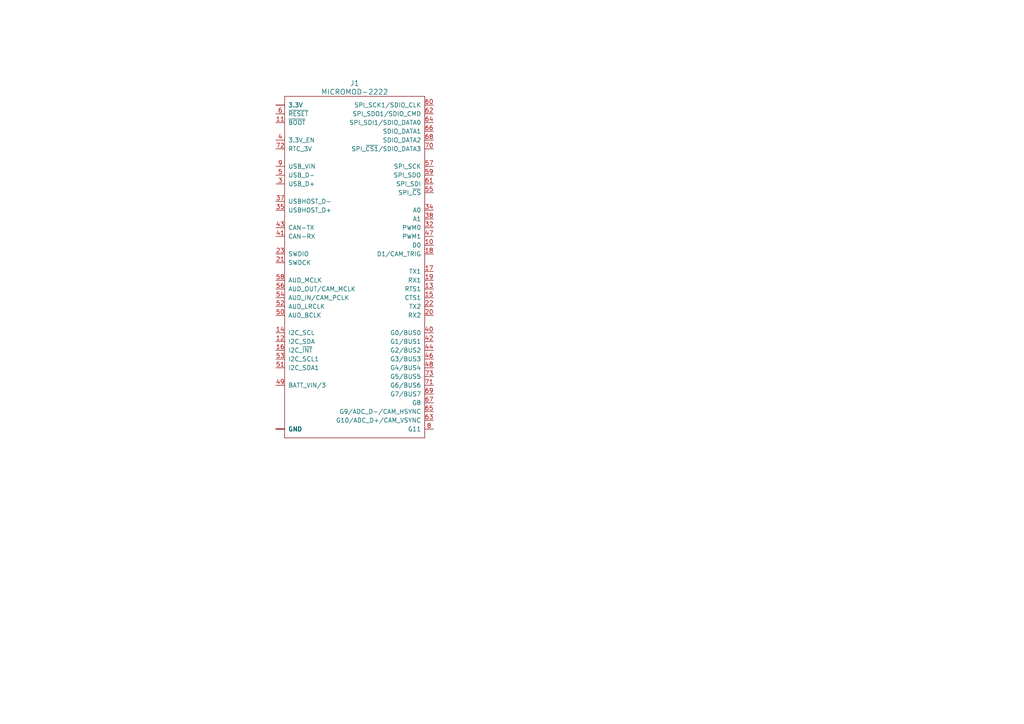
<source format=kicad_sch>
(kicad_sch (version 20230121) (generator eeschema)
  (paper "A4")
  (lib_symbols
    (symbol "MicroMod_Processor_Board (2):MICROMOD-2222" (pin_names (offset 1.016))
      (property "Reference" "J" (at -20.32 53.848 0))
      (property "Value" "MICROMOD-2222" (at -20.32 -48.26 0))
      (symbol "MICROMOD-2222_1_0"
        (polyline (pts (xy -20.32 -45.72) (xy -20.32 53.34)))
        (polyline (pts (xy -20.32 53.34) (xy 20.32 53.34)))
        (polyline (pts (xy 20.32 -45.72) (xy -20.32 -45.72)))
        (polyline (pts (xy 20.32 53.34) (xy 20.32 -45.72)))
        (pin bidirectional line (at -22.86 -43.18 0) (length 2.54) (name "GND") (number "1"))
        (pin bidirectional line (at 22.86 10.16 180) (length 2.54) (name "D0") (number "10"))
        (pin bidirectional line (at -22.86 45.72 0) (length 2.54) (name "~{BOOT}") (number "11"))
        (pin bidirectional line (at -22.86 -17.78 0) (length 2.54) (name "I2C_SDA") (number "12"))
        (pin bidirectional line (at 22.86 -2.54 180) (length 2.54) (name "RTS1") (number "13"))
        (pin bidirectional line (at -22.86 -15.24 0) (length 2.54) (name "I2C_SCL") (number "14"))
        (pin bidirectional line (at 22.86 -5.08 180) (length 2.54) (name "CTS1") (number "15"))
        (pin bidirectional line (at -22.86 -20.32 0) (length 2.54) (name "I2C_~{INT}") (number "16"))
        (pin bidirectional line (at 22.86 2.54 180) (length 2.54) (name "TX1") (number "17"))
        (pin bidirectional line (at 22.86 7.62 180) (length 2.54) (name "D1/CAM_TRIG") (number "18"))
        (pin bidirectional line (at 22.86 0 180) (length 2.54) (name "RX1") (number "19"))
        (pin bidirectional line (at -22.86 50.8 0) (length 2.54) (name "3.3V") (number "2"))
        (pin bidirectional line (at 22.86 -10.16 180) (length 2.54) (name "RX2") (number "20"))
        (pin bidirectional line (at -22.86 5.08 0) (length 2.54) (name "SWDCK") (number "21"))
        (pin bidirectional line (at 22.86 -7.62 180) (length 2.54) (name "TX2") (number "22"))
        (pin bidirectional line (at -22.86 7.62 0) (length 2.54) (name "SWDIO") (number "23"))
        (pin bidirectional line (at -22.86 27.94 0) (length 2.54) (name "USB_D+") (number "3"))
        (pin bidirectional line (at 22.86 15.24 180) (length 2.54) (name "PWM0") (number "32"))
        (pin bidirectional line (at -22.86 -43.18 0) (length 2.54) (name "GND") (number "33"))
        (pin bidirectional line (at 22.86 20.32 180) (length 2.54) (name "A0") (number "34"))
        (pin bidirectional line (at -22.86 20.32 0) (length 2.54) (name "USBHOST_D+") (number "35"))
        (pin bidirectional line (at -22.86 -43.18 0) (length 2.54) (name "GND") (number "36"))
        (pin bidirectional line (at -22.86 22.86 0) (length 2.54) (name "USBHOST_D-") (number "37"))
        (pin bidirectional line (at 22.86 17.78 180) (length 2.54) (name "A1") (number "38"))
        (pin bidirectional line (at -22.86 -43.18 0) (length 2.54) (name "GND") (number "39"))
        (pin bidirectional line (at -22.86 40.64 0) (length 2.54) (name "3.3V_EN") (number "4"))
        (pin bidirectional line (at 22.86 -15.24 180) (length 2.54) (name "G0/BUS0") (number "40"))
        (pin bidirectional line (at -22.86 12.7 0) (length 2.54) (name "CAN-RX") (number "41"))
        (pin bidirectional line (at 22.86 -17.78 180) (length 2.54) (name "G1/BUS1") (number "42"))
        (pin bidirectional line (at -22.86 15.24 0) (length 2.54) (name "CAN-TX") (number "43"))
        (pin bidirectional line (at 22.86 -20.32 180) (length 2.54) (name "G2/BUS2") (number "44"))
        (pin bidirectional line (at -22.86 -43.18 0) (length 2.54) (name "GND") (number "45"))
        (pin bidirectional line (at 22.86 -22.86 180) (length 2.54) (name "G3/BUS3") (number "46"))
        (pin bidirectional line (at 22.86 12.7 180) (length 2.54) (name "PWM1") (number "47"))
        (pin bidirectional line (at 22.86 -25.4 180) (length 2.54) (name "G4/BUS4") (number "48"))
        (pin bidirectional line (at -22.86 -30.48 0) (length 2.54) (name "BATT_VIN/3") (number "49"))
        (pin bidirectional line (at -22.86 30.48 0) (length 2.54) (name "USB_D-") (number "5"))
        (pin bidirectional line (at -22.86 -10.16 0) (length 2.54) (name "AUD_BCLK") (number "50"))
        (pin bidirectional line (at -22.86 -25.4 0) (length 2.54) (name "I2C_SDA1") (number "51"))
        (pin bidirectional line (at -22.86 -7.62 0) (length 2.54) (name "AUD_LRCLK") (number "52"))
        (pin bidirectional line (at -22.86 -22.86 0) (length 2.54) (name "I2C_SCL1") (number "53"))
        (pin bidirectional line (at -22.86 -5.08 0) (length 2.54) (name "AUD_IN/CAM_PCLK") (number "54"))
        (pin bidirectional line (at 22.86 25.4 180) (length 2.54) (name "SPI_~{CS}") (number "55"))
        (pin bidirectional line (at -22.86 -2.54 0) (length 2.54) (name "AUD_OUT/CAM_MCLK") (number "56"))
        (pin bidirectional line (at 22.86 33.02 180) (length 2.54) (name "SPI_SCK") (number "57"))
        (pin bidirectional line (at -22.86 0 0) (length 2.54) (name "AUD_MCLK") (number "58"))
        (pin bidirectional line (at 22.86 30.48 180) (length 2.54) (name "SPI_SDO") (number "59"))
        (pin bidirectional line (at -22.86 48.26 0) (length 2.54) (name "~{RESET}") (number "6"))
        (pin bidirectional line (at 22.86 50.8 180) (length 2.54) (name "SPI_SCK1/SDIO_CLK") (number "60"))
        (pin bidirectional line (at 22.86 27.94 180) (length 2.54) (name "SPI_SDI") (number "61"))
        (pin bidirectional line (at 22.86 48.26 180) (length 2.54) (name "SPI_SDO1/SDIO_CMD") (number "62"))
        (pin bidirectional line (at 22.86 -40.64 180) (length 2.54) (name "G10/ADC_D+/CAM_VSYNC") (number "63"))
        (pin bidirectional line (at 22.86 45.72 180) (length 2.54) (name "SPI_SDI1/SDIO_DATA0") (number "64"))
        (pin bidirectional line (at 22.86 -38.1 180) (length 2.54) (name "G9/ADC_D-/CAM_HSYNC") (number "65"))
        (pin bidirectional line (at 22.86 43.18 180) (length 2.54) (name "SDIO_DATA1") (number "66"))
        (pin bidirectional line (at 22.86 -35.56 180) (length 2.54) (name "G8") (number "67"))
        (pin bidirectional line (at 22.86 40.64 180) (length 2.54) (name "SDIO_DATA2") (number "68"))
        (pin bidirectional line (at 22.86 -33.02 180) (length 2.54) (name "G7/BUS7") (number "69"))
        (pin bidirectional line (at -22.86 -43.18 0) (length 2.54) (name "GND") (number "7"))
        (pin bidirectional line (at 22.86 38.1 180) (length 2.54) (name "SPI_~{CS1}/SDIO_DATA3") (number "70"))
        (pin bidirectional line (at 22.86 -30.48 180) (length 2.54) (name "G6/BUS6") (number "71"))
        (pin bidirectional line (at -22.86 38.1 0) (length 2.54) (name "RTC_3V") (number "72"))
        (pin bidirectional line (at 22.86 -27.94 180) (length 2.54) (name "G5/BUS5") (number "73"))
        (pin bidirectional line (at -22.86 50.8 0) (length 2.54) (name "3.3V") (number "74"))
        (pin bidirectional line (at -22.86 -43.18 0) (length 2.54) (name "GND") (number "75"))
        (pin bidirectional line (at 22.86 -43.18 180) (length 2.54) (name "G11") (number "8"))
        (pin bidirectional line (at -22.86 33.02 0) (length 2.54) (name "USB_VIN") (number "9"))
        (pin bidirectional line (at -22.86 -43.18 0) (length 2.54) (name "GND") (number "GND1"))
        (pin bidirectional line (at -22.86 -43.18 0) (length 2.54) (name "GND") (number "GND2"))
        (pin bidirectional line (at -22.86 -43.18 0) (length 2.54) (name "GND") (number "GND3"))
      )
    )
  )
  (symbol (lib_id "MicroMod_Processor_Board (2):MICROMOD-2222") (at 102.87 81.28 0) (unit 1)
    (property "Reference" "J1" (at 102.87 24.13 0) (effects (font (size 1.4986 1.4986))))
    (property "Value" "MICROMOD-2222" (at 102.87 26.67 0) (effects (font (size 1.4986 1.4986))))
    (property "Footprint" "M.2-CARD-E-22:M.2-CARD-E-22" (effects hide))
  )
)
</source>
